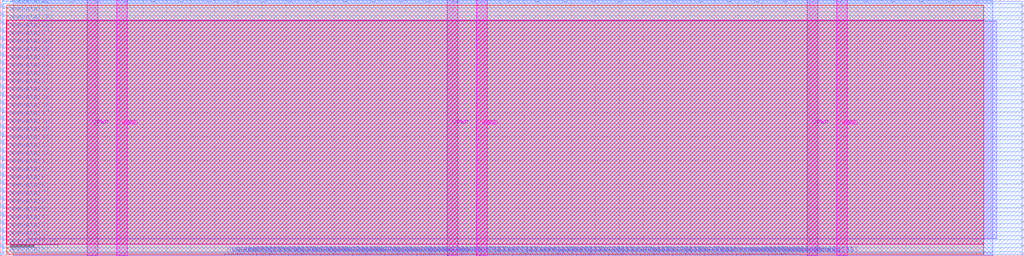
<source format=lef>
VERSION 5.7 ;
  NOWIREEXTENSIONATPIN ON ;
  DIVIDERCHAR "/" ;
  BUSBITCHARS "[]" ;
MACRO N_IO
  CLASS BLOCK ;
  FOREIGN N_IO ;
  ORIGIN 0.000 0.000 ;
  SIZE 215.040 BY 53.760 ;
  PIN A_I_top
    DIRECTION OUTPUT ;
    USE SIGNAL ;
    ANTENNADIFFAREA 0.677200 ;
    PORT
      LAYER Metal2 ;
        RECT 14.680 53.360 15.080 53.760 ;
    END
  END A_I_top
  PIN A_O_top
    DIRECTION INPUT ;
    USE SIGNAL ;
    ANTENNAGATEAREA 1.614600 ;
    PORT
      LAYER Metal2 ;
        RECT 8.920 53.360 9.320 53.760 ;
    END
  END A_O_top
  PIN A_T_top
    DIRECTION OUTPUT ;
    USE SIGNAL ;
    ANTENNADIFFAREA 0.677200 ;
    PORT
      LAYER Metal2 ;
        RECT 20.440 53.360 20.840 53.760 ;
    END
  END A_T_top
  PIN A_config_C_bit0
    DIRECTION OUTPUT ;
    USE SIGNAL ;
    ANTENNADIFFAREA 0.632400 ;
    PORT
      LAYER Metal2 ;
        RECT 43.480 53.360 43.880 53.760 ;
    END
  END A_config_C_bit0
  PIN A_config_C_bit1
    DIRECTION OUTPUT ;
    USE SIGNAL ;
    ANTENNADIFFAREA 0.632400 ;
    PORT
      LAYER Metal2 ;
        RECT 49.240 53.360 49.640 53.760 ;
    END
  END A_config_C_bit1
  PIN A_config_C_bit2
    DIRECTION OUTPUT ;
    USE SIGNAL ;
    ANTENNADIFFAREA 0.632400 ;
    PORT
      LAYER Metal2 ;
        RECT 55.000 53.360 55.400 53.760 ;
    END
  END A_config_C_bit2
  PIN A_config_C_bit3
    DIRECTION OUTPUT ;
    USE SIGNAL ;
    ANTENNADIFFAREA 0.632400 ;
    PORT
      LAYER Metal2 ;
        RECT 60.760 53.360 61.160 53.760 ;
    END
  END A_config_C_bit3
  PIN B_I_top
    DIRECTION OUTPUT ;
    USE SIGNAL ;
    ANTENNADIFFAREA 0.677200 ;
    PORT
      LAYER Metal2 ;
        RECT 31.960 53.360 32.360 53.760 ;
    END
  END B_I_top
  PIN B_O_top
    DIRECTION INPUT ;
    USE SIGNAL ;
    ANTENNAGATEAREA 1.614600 ;
    PORT
      LAYER Metal2 ;
        RECT 26.200 53.360 26.600 53.760 ;
    END
  END B_O_top
  PIN B_T_top
    DIRECTION OUTPUT ;
    USE SIGNAL ;
    ANTENNADIFFAREA 0.677200 ;
    PORT
      LAYER Metal2 ;
        RECT 37.720 53.360 38.120 53.760 ;
    END
  END B_T_top
  PIN B_config_C_bit0
    DIRECTION OUTPUT ;
    USE SIGNAL ;
    ANTENNADIFFAREA 0.632400 ;
    PORT
      LAYER Metal2 ;
        RECT 66.520 53.360 66.920 53.760 ;
    END
  END B_config_C_bit0
  PIN B_config_C_bit1
    DIRECTION OUTPUT ;
    USE SIGNAL ;
    ANTENNADIFFAREA 0.632400 ;
    PORT
      LAYER Metal2 ;
        RECT 72.280 53.360 72.680 53.760 ;
    END
  END B_config_C_bit1
  PIN B_config_C_bit2
    DIRECTION OUTPUT ;
    USE SIGNAL ;
    ANTENNADIFFAREA 0.632400 ;
    PORT
      LAYER Metal2 ;
        RECT 78.040 53.360 78.440 53.760 ;
    END
  END B_config_C_bit2
  PIN B_config_C_bit3
    DIRECTION OUTPUT ;
    USE SIGNAL ;
    ANTENNADIFFAREA 0.632400 ;
    PORT
      LAYER Metal2 ;
        RECT 83.800 53.360 84.200 53.760 ;
    END
  END B_config_C_bit3
  PIN Ci
    DIRECTION INPUT ;
    USE SIGNAL ;
    PORT
      LAYER Metal2 ;
        RECT 97.240 0.000 97.640 0.400 ;
    END
  END Ci
  PIN FrameData[0]
    DIRECTION INPUT ;
    USE SIGNAL ;
    ANTENNAGATEAREA 0.722800 ;
    PORT
      LAYER Metal3 ;
        RECT 0.000 0.220 0.400 0.620 ;
    END
  END FrameData[0]
  PIN FrameData[10]
    DIRECTION INPUT ;
    USE SIGNAL ;
    ANTENNAGATEAREA 0.903500 ;
    PORT
      LAYER Metal3 ;
        RECT 0.000 17.020 0.400 17.420 ;
    END
  END FrameData[10]
  PIN FrameData[11]
    DIRECTION INPUT ;
    USE SIGNAL ;
    ANTENNAGATEAREA 0.903500 ;
    PORT
      LAYER Metal3 ;
        RECT 0.000 18.700 0.400 19.100 ;
    END
  END FrameData[11]
  PIN FrameData[12]
    DIRECTION INPUT ;
    USE SIGNAL ;
    ANTENNAGATEAREA 0.903500 ;
    PORT
      LAYER Metal3 ;
        RECT 0.000 20.380 0.400 20.780 ;
    END
  END FrameData[12]
  PIN FrameData[13]
    DIRECTION INPUT ;
    USE SIGNAL ;
    ANTENNAGATEAREA 0.903500 ;
    PORT
      LAYER Metal3 ;
        RECT 0.000 22.060 0.400 22.460 ;
    END
  END FrameData[13]
  PIN FrameData[14]
    DIRECTION INPUT ;
    USE SIGNAL ;
    ANTENNAGATEAREA 0.903500 ;
    PORT
      LAYER Metal3 ;
        RECT 0.000 23.740 0.400 24.140 ;
    END
  END FrameData[14]
  PIN FrameData[15]
    DIRECTION INPUT ;
    USE SIGNAL ;
    ANTENNAGATEAREA 0.903500 ;
    PORT
      LAYER Metal3 ;
        RECT 0.000 25.420 0.400 25.820 ;
    END
  END FrameData[15]
  PIN FrameData[16]
    DIRECTION INPUT ;
    USE SIGNAL ;
    ANTENNAGATEAREA 0.903500 ;
    PORT
      LAYER Metal3 ;
        RECT 0.000 27.100 0.400 27.500 ;
    END
  END FrameData[16]
  PIN FrameData[17]
    DIRECTION INPUT ;
    USE SIGNAL ;
    ANTENNAGATEAREA 0.903500 ;
    PORT
      LAYER Metal3 ;
        RECT 0.000 28.780 0.400 29.180 ;
    END
  END FrameData[17]
  PIN FrameData[18]
    DIRECTION INPUT ;
    USE SIGNAL ;
    ANTENNAGATEAREA 0.903500 ;
    PORT
      LAYER Metal3 ;
        RECT 0.000 30.460 0.400 30.860 ;
    END
  END FrameData[18]
  PIN FrameData[19]
    DIRECTION INPUT ;
    USE SIGNAL ;
    ANTENNAGATEAREA 0.903500 ;
    PORT
      LAYER Metal3 ;
        RECT 0.000 32.140 0.400 32.540 ;
    END
  END FrameData[19]
  PIN FrameData[1]
    DIRECTION INPUT ;
    USE SIGNAL ;
    ANTENNAGATEAREA 0.722800 ;
    PORT
      LAYER Metal3 ;
        RECT 0.000 1.900 0.400 2.300 ;
    END
  END FrameData[1]
  PIN FrameData[20]
    DIRECTION INPUT ;
    USE SIGNAL ;
    ANTENNAGATEAREA 0.903500 ;
    PORT
      LAYER Metal3 ;
        RECT 0.000 33.820 0.400 34.220 ;
    END
  END FrameData[20]
  PIN FrameData[21]
    DIRECTION INPUT ;
    USE SIGNAL ;
    ANTENNAGATEAREA 0.903500 ;
    PORT
      LAYER Metal3 ;
        RECT 0.000 35.500 0.400 35.900 ;
    END
  END FrameData[21]
  PIN FrameData[22]
    DIRECTION INPUT ;
    USE SIGNAL ;
    ANTENNAGATEAREA 0.903500 ;
    PORT
      LAYER Metal3 ;
        RECT 0.000 37.180 0.400 37.580 ;
    END
  END FrameData[22]
  PIN FrameData[23]
    DIRECTION INPUT ;
    USE SIGNAL ;
    ANTENNAGATEAREA 0.903500 ;
    PORT
      LAYER Metal3 ;
        RECT 0.000 38.860 0.400 39.260 ;
    END
  END FrameData[23]
  PIN FrameData[24]
    DIRECTION INPUT ;
    USE SIGNAL ;
    ANTENNAGATEAREA 0.903500 ;
    PORT
      LAYER Metal3 ;
        RECT 0.000 40.540 0.400 40.940 ;
    END
  END FrameData[24]
  PIN FrameData[25]
    DIRECTION INPUT ;
    USE SIGNAL ;
    ANTENNAGATEAREA 0.903500 ;
    PORT
      LAYER Metal3 ;
        RECT 0.000 42.220 0.400 42.620 ;
    END
  END FrameData[25]
  PIN FrameData[26]
    DIRECTION INPUT ;
    USE SIGNAL ;
    ANTENNAGATEAREA 0.903500 ;
    PORT
      LAYER Metal3 ;
        RECT 0.000 43.900 0.400 44.300 ;
    END
  END FrameData[26]
  PIN FrameData[27]
    DIRECTION INPUT ;
    USE SIGNAL ;
    ANTENNAGATEAREA 0.903500 ;
    PORT
      LAYER Metal3 ;
        RECT 0.000 45.580 0.400 45.980 ;
    END
  END FrameData[27]
  PIN FrameData[28]
    DIRECTION INPUT ;
    USE SIGNAL ;
    ANTENNAGATEAREA 0.903500 ;
    PORT
      LAYER Metal3 ;
        RECT 0.000 47.260 0.400 47.660 ;
    END
  END FrameData[28]
  PIN FrameData[29]
    DIRECTION INPUT ;
    USE SIGNAL ;
    ANTENNAGATEAREA 0.903500 ;
    PORT
      LAYER Metal3 ;
        RECT 0.000 48.940 0.400 49.340 ;
    END
  END FrameData[29]
  PIN FrameData[2]
    DIRECTION INPUT ;
    USE SIGNAL ;
    ANTENNAGATEAREA 0.722800 ;
    PORT
      LAYER Metal3 ;
        RECT 0.000 3.580 0.400 3.980 ;
    END
  END FrameData[2]
  PIN FrameData[30]
    DIRECTION INPUT ;
    USE SIGNAL ;
    ANTENNAGATEAREA 0.903500 ;
    PORT
      LAYER Metal3 ;
        RECT 0.000 50.620 0.400 51.020 ;
    END
  END FrameData[30]
  PIN FrameData[31]
    DIRECTION INPUT ;
    USE SIGNAL ;
    ANTENNAGATEAREA 0.903500 ;
    PORT
      LAYER Metal3 ;
        RECT 0.000 52.300 0.400 52.700 ;
    END
  END FrameData[31]
  PIN FrameData[3]
    DIRECTION INPUT ;
    USE SIGNAL ;
    ANTENNAGATEAREA 0.722800 ;
    PORT
      LAYER Metal3 ;
        RECT 0.000 5.260 0.400 5.660 ;
    END
  END FrameData[3]
  PIN FrameData[4]
    DIRECTION INPUT ;
    USE SIGNAL ;
    ANTENNAGATEAREA 0.722800 ;
    PORT
      LAYER Metal3 ;
        RECT 0.000 6.940 0.400 7.340 ;
    END
  END FrameData[4]
  PIN FrameData[5]
    DIRECTION INPUT ;
    USE SIGNAL ;
    ANTENNAGATEAREA 0.722800 ;
    PORT
      LAYER Metal3 ;
        RECT 0.000 8.620 0.400 9.020 ;
    END
  END FrameData[5]
  PIN FrameData[6]
    DIRECTION INPUT ;
    USE SIGNAL ;
    ANTENNAGATEAREA 0.903500 ;
    PORT
      LAYER Metal3 ;
        RECT 0.000 10.300 0.400 10.700 ;
    END
  END FrameData[6]
  PIN FrameData[7]
    DIRECTION INPUT ;
    USE SIGNAL ;
    ANTENNAGATEAREA 0.903500 ;
    PORT
      LAYER Metal3 ;
        RECT 0.000 11.980 0.400 12.380 ;
    END
  END FrameData[7]
  PIN FrameData[8]
    DIRECTION INPUT ;
    USE SIGNAL ;
    ANTENNAGATEAREA 0.903500 ;
    PORT
      LAYER Metal3 ;
        RECT 0.000 13.660 0.400 14.060 ;
    END
  END FrameData[8]
  PIN FrameData[9]
    DIRECTION INPUT ;
    USE SIGNAL ;
    ANTENNAGATEAREA 0.903500 ;
    PORT
      LAYER Metal3 ;
        RECT 0.000 15.340 0.400 15.740 ;
    END
  END FrameData[9]
  PIN FrameData_O[0]
    DIRECTION OUTPUT ;
    USE SIGNAL ;
    ANTENNADIFFAREA 0.708600 ;
    PORT
      LAYER Metal3 ;
        RECT 214.640 0.220 215.040 0.620 ;
    END
  END FrameData_O[0]
  PIN FrameData_O[10]
    DIRECTION OUTPUT ;
    USE SIGNAL ;
    ANTENNADIFFAREA 0.708600 ;
    PORT
      LAYER Metal3 ;
        RECT 214.640 17.020 215.040 17.420 ;
    END
  END FrameData_O[10]
  PIN FrameData_O[11]
    DIRECTION OUTPUT ;
    USE SIGNAL ;
    ANTENNADIFFAREA 0.708600 ;
    PORT
      LAYER Metal3 ;
        RECT 214.640 18.700 215.040 19.100 ;
    END
  END FrameData_O[11]
  PIN FrameData_O[12]
    DIRECTION OUTPUT ;
    USE SIGNAL ;
    ANTENNADIFFAREA 0.708600 ;
    PORT
      LAYER Metal3 ;
        RECT 214.640 20.380 215.040 20.780 ;
    END
  END FrameData_O[12]
  PIN FrameData_O[13]
    DIRECTION OUTPUT ;
    USE SIGNAL ;
    ANTENNADIFFAREA 0.708600 ;
    PORT
      LAYER Metal3 ;
        RECT 214.640 22.060 215.040 22.460 ;
    END
  END FrameData_O[13]
  PIN FrameData_O[14]
    DIRECTION OUTPUT ;
    USE SIGNAL ;
    ANTENNADIFFAREA 0.708600 ;
    PORT
      LAYER Metal3 ;
        RECT 214.640 23.740 215.040 24.140 ;
    END
  END FrameData_O[14]
  PIN FrameData_O[15]
    DIRECTION OUTPUT ;
    USE SIGNAL ;
    ANTENNADIFFAREA 0.708600 ;
    PORT
      LAYER Metal3 ;
        RECT 214.640 25.420 215.040 25.820 ;
    END
  END FrameData_O[15]
  PIN FrameData_O[16]
    DIRECTION OUTPUT ;
    USE SIGNAL ;
    ANTENNADIFFAREA 0.708600 ;
    PORT
      LAYER Metal3 ;
        RECT 214.640 27.100 215.040 27.500 ;
    END
  END FrameData_O[16]
  PIN FrameData_O[17]
    DIRECTION OUTPUT ;
    USE SIGNAL ;
    ANTENNADIFFAREA 0.708600 ;
    PORT
      LAYER Metal3 ;
        RECT 214.640 28.780 215.040 29.180 ;
    END
  END FrameData_O[17]
  PIN FrameData_O[18]
    DIRECTION OUTPUT ;
    USE SIGNAL ;
    ANTENNADIFFAREA 0.708600 ;
    PORT
      LAYER Metal3 ;
        RECT 214.640 30.460 215.040 30.860 ;
    END
  END FrameData_O[18]
  PIN FrameData_O[19]
    DIRECTION OUTPUT ;
    USE SIGNAL ;
    ANTENNADIFFAREA 0.708600 ;
    PORT
      LAYER Metal3 ;
        RECT 214.640 32.140 215.040 32.540 ;
    END
  END FrameData_O[19]
  PIN FrameData_O[1]
    DIRECTION OUTPUT ;
    USE SIGNAL ;
    ANTENNADIFFAREA 0.708600 ;
    PORT
      LAYER Metal3 ;
        RECT 214.640 1.900 215.040 2.300 ;
    END
  END FrameData_O[1]
  PIN FrameData_O[20]
    DIRECTION OUTPUT ;
    USE SIGNAL ;
    ANTENNADIFFAREA 0.708600 ;
    PORT
      LAYER Metal3 ;
        RECT 214.640 33.820 215.040 34.220 ;
    END
  END FrameData_O[20]
  PIN FrameData_O[21]
    DIRECTION OUTPUT ;
    USE SIGNAL ;
    ANTENNADIFFAREA 0.708600 ;
    PORT
      LAYER Metal3 ;
        RECT 214.640 35.500 215.040 35.900 ;
    END
  END FrameData_O[21]
  PIN FrameData_O[22]
    DIRECTION OUTPUT ;
    USE SIGNAL ;
    ANTENNADIFFAREA 0.708600 ;
    PORT
      LAYER Metal3 ;
        RECT 214.640 37.180 215.040 37.580 ;
    END
  END FrameData_O[22]
  PIN FrameData_O[23]
    DIRECTION OUTPUT ;
    USE SIGNAL ;
    ANTENNADIFFAREA 0.708600 ;
    PORT
      LAYER Metal3 ;
        RECT 214.640 38.860 215.040 39.260 ;
    END
  END FrameData_O[23]
  PIN FrameData_O[24]
    DIRECTION OUTPUT ;
    USE SIGNAL ;
    ANTENNADIFFAREA 0.708600 ;
    PORT
      LAYER Metal3 ;
        RECT 214.640 40.540 215.040 40.940 ;
    END
  END FrameData_O[24]
  PIN FrameData_O[25]
    DIRECTION OUTPUT ;
    USE SIGNAL ;
    ANTENNADIFFAREA 0.708600 ;
    PORT
      LAYER Metal3 ;
        RECT 214.640 42.220 215.040 42.620 ;
    END
  END FrameData_O[25]
  PIN FrameData_O[26]
    DIRECTION OUTPUT ;
    USE SIGNAL ;
    ANTENNADIFFAREA 0.708600 ;
    PORT
      LAYER Metal3 ;
        RECT 214.640 43.900 215.040 44.300 ;
    END
  END FrameData_O[26]
  PIN FrameData_O[27]
    DIRECTION OUTPUT ;
    USE SIGNAL ;
    ANTENNADIFFAREA 0.708600 ;
    PORT
      LAYER Metal3 ;
        RECT 214.640 45.580 215.040 45.980 ;
    END
  END FrameData_O[27]
  PIN FrameData_O[28]
    DIRECTION OUTPUT ;
    USE SIGNAL ;
    ANTENNADIFFAREA 0.708600 ;
    PORT
      LAYER Metal3 ;
        RECT 214.640 47.260 215.040 47.660 ;
    END
  END FrameData_O[28]
  PIN FrameData_O[29]
    DIRECTION OUTPUT ;
    USE SIGNAL ;
    ANTENNADIFFAREA 0.708600 ;
    PORT
      LAYER Metal3 ;
        RECT 214.640 48.940 215.040 49.340 ;
    END
  END FrameData_O[29]
  PIN FrameData_O[2]
    DIRECTION OUTPUT ;
    USE SIGNAL ;
    ANTENNADIFFAREA 0.708600 ;
    PORT
      LAYER Metal3 ;
        RECT 214.640 3.580 215.040 3.980 ;
    END
  END FrameData_O[2]
  PIN FrameData_O[30]
    DIRECTION OUTPUT ;
    USE SIGNAL ;
    ANTENNADIFFAREA 0.708600 ;
    PORT
      LAYER Metal3 ;
        RECT 214.640 50.620 215.040 51.020 ;
    END
  END FrameData_O[30]
  PIN FrameData_O[31]
    DIRECTION OUTPUT ;
    USE SIGNAL ;
    ANTENNADIFFAREA 0.708600 ;
    PORT
      LAYER Metal3 ;
        RECT 214.640 52.300 215.040 52.700 ;
    END
  END FrameData_O[31]
  PIN FrameData_O[3]
    DIRECTION OUTPUT ;
    USE SIGNAL ;
    ANTENNADIFFAREA 0.708600 ;
    PORT
      LAYER Metal3 ;
        RECT 214.640 5.260 215.040 5.660 ;
    END
  END FrameData_O[3]
  PIN FrameData_O[4]
    DIRECTION OUTPUT ;
    USE SIGNAL ;
    ANTENNADIFFAREA 0.708600 ;
    PORT
      LAYER Metal3 ;
        RECT 214.640 6.940 215.040 7.340 ;
    END
  END FrameData_O[4]
  PIN FrameData_O[5]
    DIRECTION OUTPUT ;
    USE SIGNAL ;
    ANTENNADIFFAREA 0.708600 ;
    PORT
      LAYER Metal3 ;
        RECT 214.640 8.620 215.040 9.020 ;
    END
  END FrameData_O[5]
  PIN FrameData_O[6]
    DIRECTION OUTPUT ;
    USE SIGNAL ;
    ANTENNADIFFAREA 0.708600 ;
    PORT
      LAYER Metal3 ;
        RECT 214.640 10.300 215.040 10.700 ;
    END
  END FrameData_O[6]
  PIN FrameData_O[7]
    DIRECTION OUTPUT ;
    USE SIGNAL ;
    ANTENNADIFFAREA 0.708600 ;
    PORT
      LAYER Metal3 ;
        RECT 214.640 11.980 215.040 12.380 ;
    END
  END FrameData_O[7]
  PIN FrameData_O[8]
    DIRECTION OUTPUT ;
    USE SIGNAL ;
    ANTENNADIFFAREA 0.708600 ;
    PORT
      LAYER Metal3 ;
        RECT 214.640 13.660 215.040 14.060 ;
    END
  END FrameData_O[8]
  PIN FrameData_O[9]
    DIRECTION OUTPUT ;
    USE SIGNAL ;
    ANTENNADIFFAREA 0.708600 ;
    PORT
      LAYER Metal3 ;
        RECT 214.640 15.340 215.040 15.740 ;
    END
  END FrameData_O[9]
  PIN FrameStrobe[0]
    DIRECTION INPUT ;
    USE SIGNAL ;
    ANTENNAGATEAREA 6.753500 ;
    PORT
      LAYER Metal2 ;
        RECT 149.080 0.000 149.480 0.400 ;
    END
  END FrameStrobe[0]
  PIN FrameStrobe[10]
    DIRECTION INPUT ;
    USE SIGNAL ;
    ANTENNAGATEAREA 0.180700 ;
    PORT
      LAYER Metal2 ;
        RECT 158.680 0.000 159.080 0.400 ;
    END
  END FrameStrobe[10]
  PIN FrameStrobe[11]
    DIRECTION INPUT ;
    USE SIGNAL ;
    ANTENNAGATEAREA 0.180700 ;
    PORT
      LAYER Metal2 ;
        RECT 159.640 0.000 160.040 0.400 ;
    END
  END FrameStrobe[11]
  PIN FrameStrobe[12]
    DIRECTION INPUT ;
    USE SIGNAL ;
    ANTENNAGATEAREA 0.180700 ;
    PORT
      LAYER Metal2 ;
        RECT 160.600 0.000 161.000 0.400 ;
    END
  END FrameStrobe[12]
  PIN FrameStrobe[13]
    DIRECTION INPUT ;
    USE SIGNAL ;
    ANTENNAGATEAREA 0.180700 ;
    PORT
      LAYER Metal2 ;
        RECT 161.560 0.000 161.960 0.400 ;
    END
  END FrameStrobe[13]
  PIN FrameStrobe[14]
    DIRECTION INPUT ;
    USE SIGNAL ;
    ANTENNAGATEAREA 0.180700 ;
    PORT
      LAYER Metal2 ;
        RECT 162.520 0.000 162.920 0.400 ;
    END
  END FrameStrobe[14]
  PIN FrameStrobe[15]
    DIRECTION INPUT ;
    USE SIGNAL ;
    ANTENNAGATEAREA 0.180700 ;
    PORT
      LAYER Metal2 ;
        RECT 163.480 0.000 163.880 0.400 ;
    END
  END FrameStrobe[15]
  PIN FrameStrobe[16]
    DIRECTION INPUT ;
    USE SIGNAL ;
    ANTENNAGATEAREA 0.180700 ;
    PORT
      LAYER Metal2 ;
        RECT 164.440 0.000 164.840 0.400 ;
    END
  END FrameStrobe[16]
  PIN FrameStrobe[17]
    DIRECTION INPUT ;
    USE SIGNAL ;
    ANTENNAGATEAREA 0.180700 ;
    PORT
      LAYER Metal2 ;
        RECT 165.400 0.000 165.800 0.400 ;
    END
  END FrameStrobe[17]
  PIN FrameStrobe[18]
    DIRECTION INPUT ;
    USE SIGNAL ;
    ANTENNAGATEAREA 0.180700 ;
    PORT
      LAYER Metal2 ;
        RECT 166.360 0.000 166.760 0.400 ;
    END
  END FrameStrobe[18]
  PIN FrameStrobe[19]
    DIRECTION INPUT ;
    USE SIGNAL ;
    ANTENNAGATEAREA 0.180700 ;
    PORT
      LAYER Metal2 ;
        RECT 167.320 0.000 167.720 0.400 ;
    END
  END FrameStrobe[19]
  PIN FrameStrobe[1]
    DIRECTION INPUT ;
    USE SIGNAL ;
    ANTENNAGATEAREA 6.753500 ;
    PORT
      LAYER Metal2 ;
        RECT 150.040 0.000 150.440 0.400 ;
    END
  END FrameStrobe[1]
  PIN FrameStrobe[2]
    DIRECTION INPUT ;
    USE SIGNAL ;
    ANTENNAGATEAREA 6.753500 ;
    PORT
      LAYER Metal2 ;
        RECT 151.000 0.000 151.400 0.400 ;
    END
  END FrameStrobe[2]
  PIN FrameStrobe[3]
    DIRECTION INPUT ;
    USE SIGNAL ;
    ANTENNAGATEAREA 5.521100 ;
    PORT
      LAYER Metal2 ;
        RECT 151.960 0.000 152.360 0.400 ;
    END
  END FrameStrobe[3]
  PIN FrameStrobe[4]
    DIRECTION INPUT ;
    USE SIGNAL ;
    ANTENNAGATEAREA 0.180700 ;
    PORT
      LAYER Metal2 ;
        RECT 152.920 0.000 153.320 0.400 ;
    END
  END FrameStrobe[4]
  PIN FrameStrobe[5]
    DIRECTION INPUT ;
    USE SIGNAL ;
    ANTENNAGATEAREA 0.180700 ;
    PORT
      LAYER Metal2 ;
        RECT 153.880 0.000 154.280 0.400 ;
    END
  END FrameStrobe[5]
  PIN FrameStrobe[6]
    DIRECTION INPUT ;
    USE SIGNAL ;
    ANTENNAGATEAREA 0.180700 ;
    PORT
      LAYER Metal2 ;
        RECT 154.840 0.000 155.240 0.400 ;
    END
  END FrameStrobe[6]
  PIN FrameStrobe[7]
    DIRECTION INPUT ;
    USE SIGNAL ;
    ANTENNAGATEAREA 0.180700 ;
    PORT
      LAYER Metal2 ;
        RECT 155.800 0.000 156.200 0.400 ;
    END
  END FrameStrobe[7]
  PIN FrameStrobe[8]
    DIRECTION INPUT ;
    USE SIGNAL ;
    ANTENNAGATEAREA 0.180700 ;
    PORT
      LAYER Metal2 ;
        RECT 156.760 0.000 157.160 0.400 ;
    END
  END FrameStrobe[8]
  PIN FrameStrobe[9]
    DIRECTION INPUT ;
    USE SIGNAL ;
    ANTENNAGATEAREA 0.180700 ;
    PORT
      LAYER Metal2 ;
        RECT 157.720 0.000 158.120 0.400 ;
    END
  END FrameStrobe[9]
  PIN FrameStrobe_O[0]
    DIRECTION OUTPUT ;
    USE SIGNAL ;
    ANTENNADIFFAREA 0.708600 ;
    PORT
      LAYER Metal2 ;
        RECT 95.320 53.360 95.720 53.760 ;
    END
  END FrameStrobe_O[0]
  PIN FrameStrobe_O[10]
    DIRECTION OUTPUT ;
    USE SIGNAL ;
    ANTENNADIFFAREA 0.708600 ;
    PORT
      LAYER Metal2 ;
        RECT 152.920 53.360 153.320 53.760 ;
    END
  END FrameStrobe_O[10]
  PIN FrameStrobe_O[11]
    DIRECTION OUTPUT ;
    USE SIGNAL ;
    ANTENNADIFFAREA 0.708600 ;
    PORT
      LAYER Metal2 ;
        RECT 158.680 53.360 159.080 53.760 ;
    END
  END FrameStrobe_O[11]
  PIN FrameStrobe_O[12]
    DIRECTION OUTPUT ;
    USE SIGNAL ;
    ANTENNADIFFAREA 0.708600 ;
    PORT
      LAYER Metal2 ;
        RECT 164.440 53.360 164.840 53.760 ;
    END
  END FrameStrobe_O[12]
  PIN FrameStrobe_O[13]
    DIRECTION OUTPUT ;
    USE SIGNAL ;
    ANTENNADIFFAREA 0.708600 ;
    PORT
      LAYER Metal2 ;
        RECT 170.200 53.360 170.600 53.760 ;
    END
  END FrameStrobe_O[13]
  PIN FrameStrobe_O[14]
    DIRECTION OUTPUT ;
    USE SIGNAL ;
    ANTENNADIFFAREA 0.708600 ;
    PORT
      LAYER Metal2 ;
        RECT 175.960 53.360 176.360 53.760 ;
    END
  END FrameStrobe_O[14]
  PIN FrameStrobe_O[15]
    DIRECTION OUTPUT ;
    USE SIGNAL ;
    ANTENNADIFFAREA 0.708600 ;
    PORT
      LAYER Metal2 ;
        RECT 181.720 53.360 182.120 53.760 ;
    END
  END FrameStrobe_O[15]
  PIN FrameStrobe_O[16]
    DIRECTION OUTPUT ;
    USE SIGNAL ;
    ANTENNADIFFAREA 0.708600 ;
    PORT
      LAYER Metal2 ;
        RECT 187.480 53.360 187.880 53.760 ;
    END
  END FrameStrobe_O[16]
  PIN FrameStrobe_O[17]
    DIRECTION OUTPUT ;
    USE SIGNAL ;
    ANTENNADIFFAREA 0.708600 ;
    PORT
      LAYER Metal2 ;
        RECT 193.240 53.360 193.640 53.760 ;
    END
  END FrameStrobe_O[17]
  PIN FrameStrobe_O[18]
    DIRECTION OUTPUT ;
    USE SIGNAL ;
    ANTENNADIFFAREA 0.708600 ;
    PORT
      LAYER Metal2 ;
        RECT 199.000 53.360 199.400 53.760 ;
    END
  END FrameStrobe_O[18]
  PIN FrameStrobe_O[19]
    DIRECTION OUTPUT ;
    USE SIGNAL ;
    ANTENNADIFFAREA 0.708600 ;
    PORT
      LAYER Metal2 ;
        RECT 204.760 53.360 205.160 53.760 ;
    END
  END FrameStrobe_O[19]
  PIN FrameStrobe_O[1]
    DIRECTION OUTPUT ;
    USE SIGNAL ;
    ANTENNADIFFAREA 0.708600 ;
    PORT
      LAYER Metal2 ;
        RECT 101.080 53.360 101.480 53.760 ;
    END
  END FrameStrobe_O[1]
  PIN FrameStrobe_O[2]
    DIRECTION OUTPUT ;
    USE SIGNAL ;
    ANTENNADIFFAREA 0.708600 ;
    PORT
      LAYER Metal2 ;
        RECT 106.840 53.360 107.240 53.760 ;
    END
  END FrameStrobe_O[2]
  PIN FrameStrobe_O[3]
    DIRECTION OUTPUT ;
    USE SIGNAL ;
    ANTENNADIFFAREA 0.708600 ;
    PORT
      LAYER Metal2 ;
        RECT 112.600 53.360 113.000 53.760 ;
    END
  END FrameStrobe_O[3]
  PIN FrameStrobe_O[4]
    DIRECTION OUTPUT ;
    USE SIGNAL ;
    ANTENNADIFFAREA 0.708600 ;
    PORT
      LAYER Metal2 ;
        RECT 118.360 53.360 118.760 53.760 ;
    END
  END FrameStrobe_O[4]
  PIN FrameStrobe_O[5]
    DIRECTION OUTPUT ;
    USE SIGNAL ;
    ANTENNADIFFAREA 0.708600 ;
    PORT
      LAYER Metal2 ;
        RECT 124.120 53.360 124.520 53.760 ;
    END
  END FrameStrobe_O[5]
  PIN FrameStrobe_O[6]
    DIRECTION OUTPUT ;
    USE SIGNAL ;
    ANTENNADIFFAREA 0.708600 ;
    PORT
      LAYER Metal2 ;
        RECT 129.880 53.360 130.280 53.760 ;
    END
  END FrameStrobe_O[6]
  PIN FrameStrobe_O[7]
    DIRECTION OUTPUT ;
    USE SIGNAL ;
    ANTENNADIFFAREA 0.708600 ;
    PORT
      LAYER Metal2 ;
        RECT 135.640 53.360 136.040 53.760 ;
    END
  END FrameStrobe_O[7]
  PIN FrameStrobe_O[8]
    DIRECTION OUTPUT ;
    USE SIGNAL ;
    ANTENNADIFFAREA 0.708600 ;
    PORT
      LAYER Metal2 ;
        RECT 141.400 53.360 141.800 53.760 ;
    END
  END FrameStrobe_O[8]
  PIN FrameStrobe_O[9]
    DIRECTION OUTPUT ;
    USE SIGNAL ;
    ANTENNADIFFAREA 0.708600 ;
    PORT
      LAYER Metal2 ;
        RECT 147.160 53.360 147.560 53.760 ;
    END
  END FrameStrobe_O[9]
  PIN N1END[0]
    DIRECTION INPUT ;
    USE SIGNAL ;
    ANTENNAGATEAREA 0.652600 ;
    PORT
      LAYER Metal2 ;
        RECT 47.320 0.000 47.720 0.400 ;
    END
  END N1END[0]
  PIN N1END[1]
    DIRECTION INPUT ;
    USE SIGNAL ;
    ANTENNAGATEAREA 0.652600 ;
    PORT
      LAYER Metal2 ;
        RECT 48.280 0.000 48.680 0.400 ;
    END
  END N1END[1]
  PIN N1END[2]
    DIRECTION INPUT ;
    USE SIGNAL ;
    ANTENNAGATEAREA 0.652600 ;
    PORT
      LAYER Metal2 ;
        RECT 49.240 0.000 49.640 0.400 ;
    END
  END N1END[2]
  PIN N1END[3]
    DIRECTION INPUT ;
    USE SIGNAL ;
    ANTENNAGATEAREA 0.652600 ;
    PORT
      LAYER Metal2 ;
        RECT 50.200 0.000 50.600 0.400 ;
    END
  END N1END[3]
  PIN N2END[0]
    DIRECTION INPUT ;
    USE SIGNAL ;
    ANTENNAGATEAREA 1.242800 ;
    PORT
      LAYER Metal2 ;
        RECT 58.840 0.000 59.240 0.400 ;
    END
  END N2END[0]
  PIN N2END[1]
    DIRECTION INPUT ;
    USE SIGNAL ;
    ANTENNAGATEAREA 0.910000 ;
    PORT
      LAYER Metal2 ;
        RECT 59.800 0.000 60.200 0.400 ;
    END
  END N2END[1]
  PIN N2END[2]
    DIRECTION INPUT ;
    USE SIGNAL ;
    ANTENNAGATEAREA 1.157800 ;
    PORT
      LAYER Metal2 ;
        RECT 60.760 0.000 61.160 0.400 ;
    END
  END N2END[2]
  PIN N2END[3]
    DIRECTION INPUT ;
    USE SIGNAL ;
    ANTENNAGATEAREA 1.059500 ;
    PORT
      LAYER Metal2 ;
        RECT 61.720 0.000 62.120 0.400 ;
    END
  END N2END[3]
  PIN N2END[4]
    DIRECTION INPUT ;
    USE SIGNAL ;
    ANTENNAGATEAREA 1.365000 ;
    PORT
      LAYER Metal2 ;
        RECT 62.680 0.000 63.080 0.400 ;
    END
  END N2END[4]
  PIN N2END[5]
    DIRECTION INPUT ;
    USE SIGNAL ;
    ANTENNAGATEAREA 1.151800 ;
    PORT
      LAYER Metal2 ;
        RECT 63.640 0.000 64.040 0.400 ;
    END
  END N2END[5]
  PIN N2END[6]
    DIRECTION INPUT ;
    USE SIGNAL ;
    ANTENNAGATEAREA 1.263400 ;
    PORT
      LAYER Metal2 ;
        RECT 64.600 0.000 65.000 0.400 ;
    END
  END N2END[6]
  PIN N2END[7]
    DIRECTION INPUT ;
    USE SIGNAL ;
    ANTENNAGATEAREA 0.910000 ;
    PORT
      LAYER Metal2 ;
        RECT 65.560 0.000 65.960 0.400 ;
    END
  END N2END[7]
  PIN N2MID[0]
    DIRECTION INPUT ;
    USE SIGNAL ;
    ANTENNAGATEAREA 1.066000 ;
    PORT
      LAYER Metal2 ;
        RECT 51.160 0.000 51.560 0.400 ;
    END
  END N2MID[0]
  PIN N2MID[1]
    DIRECTION INPUT ;
    USE SIGNAL ;
    ANTENNAGATEAREA 1.066000 ;
    PORT
      LAYER Metal2 ;
        RECT 52.120 0.000 52.520 0.400 ;
    END
  END N2MID[1]
  PIN N2MID[2]
    DIRECTION INPUT ;
    USE SIGNAL ;
    ANTENNAGATEAREA 1.066000 ;
    PORT
      LAYER Metal2 ;
        RECT 53.080 0.000 53.480 0.400 ;
    END
  END N2MID[2]
  PIN N2MID[3]
    DIRECTION INPUT ;
    USE SIGNAL ;
    ANTENNAGATEAREA 1.066000 ;
    PORT
      LAYER Metal2 ;
        RECT 54.040 0.000 54.440 0.400 ;
    END
  END N2MID[3]
  PIN N2MID[4]
    DIRECTION INPUT ;
    USE SIGNAL ;
    ANTENNAGATEAREA 1.066000 ;
    PORT
      LAYER Metal2 ;
        RECT 55.000 0.000 55.400 0.400 ;
    END
  END N2MID[4]
  PIN N2MID[5]
    DIRECTION INPUT ;
    USE SIGNAL ;
    ANTENNAGATEAREA 1.066000 ;
    PORT
      LAYER Metal2 ;
        RECT 55.960 0.000 56.360 0.400 ;
    END
  END N2MID[5]
  PIN N2MID[6]
    DIRECTION INPUT ;
    USE SIGNAL ;
    ANTENNAGATEAREA 1.279200 ;
    PORT
      LAYER Metal2 ;
        RECT 56.920 0.000 57.320 0.400 ;
    END
  END N2MID[6]
  PIN N2MID[7]
    DIRECTION INPUT ;
    USE SIGNAL ;
    ANTENNAGATEAREA 1.558200 ;
    PORT
      LAYER Metal2 ;
        RECT 57.880 0.000 58.280 0.400 ;
    END
  END N2MID[7]
  PIN N4END[0]
    DIRECTION INPUT ;
    USE SIGNAL ;
    ANTENNAGATEAREA 1.066000 ;
    PORT
      LAYER Metal2 ;
        RECT 66.520 0.000 66.920 0.400 ;
    END
  END N4END[0]
  PIN N4END[10]
    DIRECTION INPUT ;
    USE SIGNAL ;
    ANTENNAGATEAREA 0.852800 ;
    PORT
      LAYER Metal2 ;
        RECT 76.120 0.000 76.520 0.400 ;
    END
  END N4END[10]
  PIN N4END[11]
    DIRECTION INPUT ;
    USE SIGNAL ;
    ANTENNAGATEAREA 0.639600 ;
    PORT
      LAYER Metal2 ;
        RECT 77.080 0.000 77.480 0.400 ;
    END
  END N4END[11]
  PIN N4END[12]
    DIRECTION INPUT ;
    USE SIGNAL ;
    ANTENNAGATEAREA 0.213200 ;
    PORT
      LAYER Metal2 ;
        RECT 78.040 0.000 78.440 0.400 ;
    END
  END N4END[12]
  PIN N4END[13]
    DIRECTION INPUT ;
    USE SIGNAL ;
    ANTENNAGATEAREA 0.213200 ;
    PORT
      LAYER Metal2 ;
        RECT 79.000 0.000 79.400 0.400 ;
    END
  END N4END[13]
  PIN N4END[14]
    DIRECTION INPUT ;
    USE SIGNAL ;
    ANTENNAGATEAREA 0.213200 ;
    PORT
      LAYER Metal2 ;
        RECT 79.960 0.000 80.360 0.400 ;
    END
  END N4END[14]
  PIN N4END[15]
    DIRECTION INPUT ;
    USE SIGNAL ;
    ANTENNAGATEAREA 0.213200 ;
    PORT
      LAYER Metal2 ;
        RECT 80.920 0.000 81.320 0.400 ;
    END
  END N4END[15]
  PIN N4END[1]
    DIRECTION INPUT ;
    USE SIGNAL ;
    ANTENNAGATEAREA 1.279200 ;
    PORT
      LAYER Metal2 ;
        RECT 67.480 0.000 67.880 0.400 ;
    END
  END N4END[1]
  PIN N4END[2]
    DIRECTION INPUT ;
    USE SIGNAL ;
    ANTENNAGATEAREA 1.066000 ;
    PORT
      LAYER Metal2 ;
        RECT 68.440 0.000 68.840 0.400 ;
    END
  END N4END[2]
  PIN N4END[3]
    DIRECTION INPUT ;
    USE SIGNAL ;
    ANTENNAGATEAREA 1.279200 ;
    PORT
      LAYER Metal2 ;
        RECT 69.400 0.000 69.800 0.400 ;
    END
  END N4END[3]
  PIN N4END[4]
    DIRECTION INPUT ;
    USE SIGNAL ;
    ANTENNAGATEAREA 1.279200 ;
    PORT
      LAYER Metal2 ;
        RECT 70.360 0.000 70.760 0.400 ;
    END
  END N4END[4]
  PIN N4END[5]
    DIRECTION INPUT ;
    USE SIGNAL ;
    ANTENNAGATEAREA 1.279200 ;
    PORT
      LAYER Metal2 ;
        RECT 71.320 0.000 71.720 0.400 ;
    END
  END N4END[5]
  PIN N4END[6]
    DIRECTION INPUT ;
    USE SIGNAL ;
    ANTENNAGATEAREA 1.279200 ;
    PORT
      LAYER Metal2 ;
        RECT 72.280 0.000 72.680 0.400 ;
    END
  END N4END[6]
  PIN N4END[7]
    DIRECTION INPUT ;
    USE SIGNAL ;
    ANTENNAGATEAREA 1.279200 ;
    PORT
      LAYER Metal2 ;
        RECT 73.240 0.000 73.640 0.400 ;
    END
  END N4END[7]
  PIN N4END[8]
    DIRECTION INPUT ;
    USE SIGNAL ;
    ANTENNAGATEAREA 0.852800 ;
    PORT
      LAYER Metal2 ;
        RECT 74.200 0.000 74.600 0.400 ;
    END
  END N4END[8]
  PIN N4END[9]
    DIRECTION INPUT ;
    USE SIGNAL ;
    ANTENNAGATEAREA 0.639600 ;
    PORT
      LAYER Metal2 ;
        RECT 75.160 0.000 75.560 0.400 ;
    END
  END N4END[9]
  PIN NN4END[0]
    DIRECTION INPUT ;
    USE SIGNAL ;
    ANTENNAGATEAREA 0.639600 ;
    PORT
      LAYER Metal2 ;
        RECT 81.880 0.000 82.280 0.400 ;
    END
  END NN4END[0]
  PIN NN4END[10]
    DIRECTION INPUT ;
    USE SIGNAL ;
    ANTENNAGATEAREA 0.639600 ;
    PORT
      LAYER Metal2 ;
        RECT 91.480 0.000 91.880 0.400 ;
    END
  END NN4END[10]
  PIN NN4END[11]
    DIRECTION INPUT ;
    USE SIGNAL ;
    ANTENNAGATEAREA 0.639600 ;
    PORT
      LAYER Metal2 ;
        RECT 92.440 0.000 92.840 0.400 ;
    END
  END NN4END[11]
  PIN NN4END[12]
    DIRECTION INPUT ;
    USE SIGNAL ;
    ANTENNAGATEAREA 1.066000 ;
    PORT
      LAYER Metal2 ;
        RECT 93.400 0.000 93.800 0.400 ;
    END
  END NN4END[12]
  PIN NN4END[13]
    DIRECTION INPUT ;
    USE SIGNAL ;
    ANTENNAGATEAREA 1.066000 ;
    PORT
      LAYER Metal2 ;
        RECT 94.360 0.000 94.760 0.400 ;
    END
  END NN4END[13]
  PIN NN4END[14]
    DIRECTION INPUT ;
    USE SIGNAL ;
    ANTENNAGATEAREA 1.066000 ;
    PORT
      LAYER Metal2 ;
        RECT 95.320 0.000 95.720 0.400 ;
    END
  END NN4END[14]
  PIN NN4END[15]
    DIRECTION INPUT ;
    USE SIGNAL ;
    ANTENNAGATEAREA 1.066000 ;
    PORT
      LAYER Metal2 ;
        RECT 96.280 0.000 96.680 0.400 ;
    END
  END NN4END[15]
  PIN NN4END[1]
    DIRECTION INPUT ;
    USE SIGNAL ;
    ANTENNAGATEAREA 0.639600 ;
    PORT
      LAYER Metal2 ;
        RECT 82.840 0.000 83.240 0.400 ;
    END
  END NN4END[1]
  PIN NN4END[2]
    DIRECTION INPUT ;
    USE SIGNAL ;
    ANTENNAGATEAREA 0.639600 ;
    PORT
      LAYER Metal2 ;
        RECT 83.800 0.000 84.200 0.400 ;
    END
  END NN4END[2]
  PIN NN4END[3]
    DIRECTION INPUT ;
    USE SIGNAL ;
    ANTENNAGATEAREA 0.639600 ;
    PORT
      LAYER Metal2 ;
        RECT 84.760 0.000 85.160 0.400 ;
    END
  END NN4END[3]
  PIN NN4END[4]
    DIRECTION INPUT ;
    USE SIGNAL ;
    ANTENNAGATEAREA 0.639600 ;
    PORT
      LAYER Metal2 ;
        RECT 85.720 0.000 86.120 0.400 ;
    END
  END NN4END[4]
  PIN NN4END[5]
    DIRECTION INPUT ;
    USE SIGNAL ;
    ANTENNAGATEAREA 0.639600 ;
    PORT
      LAYER Metal2 ;
        RECT 86.680 0.000 87.080 0.400 ;
    END
  END NN4END[5]
  PIN NN4END[6]
    DIRECTION INPUT ;
    USE SIGNAL ;
    ANTENNAGATEAREA 0.639600 ;
    PORT
      LAYER Metal2 ;
        RECT 87.640 0.000 88.040 0.400 ;
    END
  END NN4END[6]
  PIN NN4END[7]
    DIRECTION INPUT ;
    USE SIGNAL ;
    ANTENNAGATEAREA 0.639600 ;
    PORT
      LAYER Metal2 ;
        RECT 88.600 0.000 89.000 0.400 ;
    END
  END NN4END[7]
  PIN NN4END[8]
    DIRECTION INPUT ;
    USE SIGNAL ;
    ANTENNAGATEAREA 0.639600 ;
    PORT
      LAYER Metal2 ;
        RECT 89.560 0.000 89.960 0.400 ;
    END
  END NN4END[8]
  PIN NN4END[9]
    DIRECTION INPUT ;
    USE SIGNAL ;
    ANTENNAGATEAREA 0.639600 ;
    PORT
      LAYER Metal2 ;
        RECT 90.520 0.000 90.920 0.400 ;
    END
  END NN4END[9]
  PIN S1BEG[0]
    DIRECTION OUTPUT ;
    USE SIGNAL ;
    ANTENNADIFFAREA 0.708600 ;
    PORT
      LAYER Metal2 ;
        RECT 98.200 0.000 98.600 0.400 ;
    END
  END S1BEG[0]
  PIN S1BEG[1]
    DIRECTION OUTPUT ;
    USE SIGNAL ;
    ANTENNADIFFAREA 0.708600 ;
    PORT
      LAYER Metal2 ;
        RECT 99.160 0.000 99.560 0.400 ;
    END
  END S1BEG[1]
  PIN S1BEG[2]
    DIRECTION OUTPUT ;
    USE SIGNAL ;
    ANTENNADIFFAREA 0.708600 ;
    PORT
      LAYER Metal2 ;
        RECT 100.120 0.000 100.520 0.400 ;
    END
  END S1BEG[2]
  PIN S1BEG[3]
    DIRECTION OUTPUT ;
    USE SIGNAL ;
    ANTENNADIFFAREA 0.708600 ;
    PORT
      LAYER Metal2 ;
        RECT 101.080 0.000 101.480 0.400 ;
    END
  END S1BEG[3]
  PIN S2BEG[0]
    DIRECTION OUTPUT ;
    USE SIGNAL ;
    ANTENNADIFFAREA 0.708600 ;
    PORT
      LAYER Metal2 ;
        RECT 102.040 0.000 102.440 0.400 ;
    END
  END S2BEG[0]
  PIN S2BEG[1]
    DIRECTION OUTPUT ;
    USE SIGNAL ;
    ANTENNADIFFAREA 0.708600 ;
    PORT
      LAYER Metal2 ;
        RECT 103.000 0.000 103.400 0.400 ;
    END
  END S2BEG[1]
  PIN S2BEG[2]
    DIRECTION OUTPUT ;
    USE SIGNAL ;
    ANTENNADIFFAREA 0.708600 ;
    PORT
      LAYER Metal2 ;
        RECT 103.960 0.000 104.360 0.400 ;
    END
  END S2BEG[2]
  PIN S2BEG[3]
    DIRECTION OUTPUT ;
    USE SIGNAL ;
    ANTENNADIFFAREA 0.708600 ;
    PORT
      LAYER Metal2 ;
        RECT 104.920 0.000 105.320 0.400 ;
    END
  END S2BEG[3]
  PIN S2BEG[4]
    DIRECTION OUTPUT ;
    USE SIGNAL ;
    ANTENNADIFFAREA 0.708600 ;
    PORT
      LAYER Metal2 ;
        RECT 105.880 0.000 106.280 0.400 ;
    END
  END S2BEG[4]
  PIN S2BEG[5]
    DIRECTION OUTPUT ;
    USE SIGNAL ;
    ANTENNADIFFAREA 0.708600 ;
    PORT
      LAYER Metal2 ;
        RECT 106.840 0.000 107.240 0.400 ;
    END
  END S2BEG[5]
  PIN S2BEG[6]
    DIRECTION OUTPUT ;
    USE SIGNAL ;
    ANTENNADIFFAREA 0.708600 ;
    PORT
      LAYER Metal2 ;
        RECT 107.800 0.000 108.200 0.400 ;
    END
  END S2BEG[6]
  PIN S2BEG[7]
    DIRECTION OUTPUT ;
    USE SIGNAL ;
    ANTENNADIFFAREA 0.708600 ;
    PORT
      LAYER Metal2 ;
        RECT 108.760 0.000 109.160 0.400 ;
    END
  END S2BEG[7]
  PIN S2BEGb[0]
    DIRECTION OUTPUT ;
    USE SIGNAL ;
    ANTENNADIFFAREA 0.708600 ;
    PORT
      LAYER Metal2 ;
        RECT 109.720 0.000 110.120 0.400 ;
    END
  END S2BEGb[0]
  PIN S2BEGb[1]
    DIRECTION OUTPUT ;
    USE SIGNAL ;
    ANTENNADIFFAREA 0.708600 ;
    PORT
      LAYER Metal2 ;
        RECT 110.680 0.000 111.080 0.400 ;
    END
  END S2BEGb[1]
  PIN S2BEGb[2]
    DIRECTION OUTPUT ;
    USE SIGNAL ;
    ANTENNADIFFAREA 0.708600 ;
    PORT
      LAYER Metal2 ;
        RECT 111.640 0.000 112.040 0.400 ;
    END
  END S2BEGb[2]
  PIN S2BEGb[3]
    DIRECTION OUTPUT ;
    USE SIGNAL ;
    ANTENNADIFFAREA 0.708600 ;
    PORT
      LAYER Metal2 ;
        RECT 112.600 0.000 113.000 0.400 ;
    END
  END S2BEGb[3]
  PIN S2BEGb[4]
    DIRECTION OUTPUT ;
    USE SIGNAL ;
    ANTENNADIFFAREA 0.708600 ;
    PORT
      LAYER Metal2 ;
        RECT 113.560 0.000 113.960 0.400 ;
    END
  END S2BEGb[4]
  PIN S2BEGb[5]
    DIRECTION OUTPUT ;
    USE SIGNAL ;
    ANTENNADIFFAREA 0.708600 ;
    PORT
      LAYER Metal2 ;
        RECT 114.520 0.000 114.920 0.400 ;
    END
  END S2BEGb[5]
  PIN S2BEGb[6]
    DIRECTION OUTPUT ;
    USE SIGNAL ;
    ANTENNADIFFAREA 0.708600 ;
    PORT
      LAYER Metal2 ;
        RECT 115.480 0.000 115.880 0.400 ;
    END
  END S2BEGb[6]
  PIN S2BEGb[7]
    DIRECTION OUTPUT ;
    USE SIGNAL ;
    ANTENNADIFFAREA 0.708600 ;
    PORT
      LAYER Metal2 ;
        RECT 116.440 0.000 116.840 0.400 ;
    END
  END S2BEGb[7]
  PIN S4BEG[0]
    DIRECTION OUTPUT ;
    USE SIGNAL ;
    ANTENNADIFFAREA 0.708600 ;
    PORT
      LAYER Metal2 ;
        RECT 117.400 0.000 117.800 0.400 ;
    END
  END S4BEG[0]
  PIN S4BEG[10]
    DIRECTION OUTPUT ;
    USE SIGNAL ;
    ANTENNADIFFAREA 0.708600 ;
    PORT
      LAYER Metal2 ;
        RECT 127.000 0.000 127.400 0.400 ;
    END
  END S4BEG[10]
  PIN S4BEG[11]
    DIRECTION OUTPUT ;
    USE SIGNAL ;
    ANTENNADIFFAREA 0.708600 ;
    PORT
      LAYER Metal2 ;
        RECT 127.960 0.000 128.360 0.400 ;
    END
  END S4BEG[11]
  PIN S4BEG[12]
    DIRECTION OUTPUT ;
    USE SIGNAL ;
    ANTENNADIFFAREA 0.708600 ;
    PORT
      LAYER Metal2 ;
        RECT 128.920 0.000 129.320 0.400 ;
    END
  END S4BEG[12]
  PIN S4BEG[13]
    DIRECTION OUTPUT ;
    USE SIGNAL ;
    ANTENNADIFFAREA 0.708600 ;
    PORT
      LAYER Metal2 ;
        RECT 129.880 0.000 130.280 0.400 ;
    END
  END S4BEG[13]
  PIN S4BEG[14]
    DIRECTION OUTPUT ;
    USE SIGNAL ;
    ANTENNADIFFAREA 0.708600 ;
    PORT
      LAYER Metal2 ;
        RECT 130.840 0.000 131.240 0.400 ;
    END
  END S4BEG[14]
  PIN S4BEG[15]
    DIRECTION OUTPUT ;
    USE SIGNAL ;
    ANTENNADIFFAREA 0.708600 ;
    PORT
      LAYER Metal2 ;
        RECT 131.800 0.000 132.200 0.400 ;
    END
  END S4BEG[15]
  PIN S4BEG[1]
    DIRECTION OUTPUT ;
    USE SIGNAL ;
    ANTENNADIFFAREA 0.708600 ;
    PORT
      LAYER Metal2 ;
        RECT 118.360 0.000 118.760 0.400 ;
    END
  END S4BEG[1]
  PIN S4BEG[2]
    DIRECTION OUTPUT ;
    USE SIGNAL ;
    ANTENNADIFFAREA 0.708600 ;
    PORT
      LAYER Metal2 ;
        RECT 119.320 0.000 119.720 0.400 ;
    END
  END S4BEG[2]
  PIN S4BEG[3]
    DIRECTION OUTPUT ;
    USE SIGNAL ;
    ANTENNADIFFAREA 0.708600 ;
    PORT
      LAYER Metal2 ;
        RECT 120.280 0.000 120.680 0.400 ;
    END
  END S4BEG[3]
  PIN S4BEG[4]
    DIRECTION OUTPUT ;
    USE SIGNAL ;
    ANTENNADIFFAREA 0.708600 ;
    PORT
      LAYER Metal2 ;
        RECT 121.240 0.000 121.640 0.400 ;
    END
  END S4BEG[4]
  PIN S4BEG[5]
    DIRECTION OUTPUT ;
    USE SIGNAL ;
    ANTENNADIFFAREA 0.708600 ;
    PORT
      LAYER Metal2 ;
        RECT 122.200 0.000 122.600 0.400 ;
    END
  END S4BEG[5]
  PIN S4BEG[6]
    DIRECTION OUTPUT ;
    USE SIGNAL ;
    ANTENNADIFFAREA 0.708600 ;
    PORT
      LAYER Metal2 ;
        RECT 123.160 0.000 123.560 0.400 ;
    END
  END S4BEG[6]
  PIN S4BEG[7]
    DIRECTION OUTPUT ;
    USE SIGNAL ;
    ANTENNADIFFAREA 0.708600 ;
    PORT
      LAYER Metal2 ;
        RECT 124.120 0.000 124.520 0.400 ;
    END
  END S4BEG[7]
  PIN S4BEG[8]
    DIRECTION OUTPUT ;
    USE SIGNAL ;
    ANTENNADIFFAREA 0.708600 ;
    PORT
      LAYER Metal2 ;
        RECT 125.080 0.000 125.480 0.400 ;
    END
  END S4BEG[8]
  PIN S4BEG[9]
    DIRECTION OUTPUT ;
    USE SIGNAL ;
    ANTENNADIFFAREA 0.708600 ;
    PORT
      LAYER Metal2 ;
        RECT 126.040 0.000 126.440 0.400 ;
    END
  END S4BEG[9]
  PIN SS4BEG[0]
    DIRECTION OUTPUT ;
    USE SIGNAL ;
    ANTENNADIFFAREA 0.708600 ;
    PORT
      LAYER Metal2 ;
        RECT 132.760 0.000 133.160 0.400 ;
    END
  END SS4BEG[0]
  PIN SS4BEG[10]
    DIRECTION OUTPUT ;
    USE SIGNAL ;
    ANTENNADIFFAREA 0.708600 ;
    PORT
      LAYER Metal2 ;
        RECT 142.360 0.000 142.760 0.400 ;
    END
  END SS4BEG[10]
  PIN SS4BEG[11]
    DIRECTION OUTPUT ;
    USE SIGNAL ;
    ANTENNADIFFAREA 0.708600 ;
    PORT
      LAYER Metal2 ;
        RECT 143.320 0.000 143.720 0.400 ;
    END
  END SS4BEG[11]
  PIN SS4BEG[12]
    DIRECTION OUTPUT ;
    USE SIGNAL ;
    ANTENNADIFFAREA 0.708600 ;
    PORT
      LAYER Metal2 ;
        RECT 144.280 0.000 144.680 0.400 ;
    END
  END SS4BEG[12]
  PIN SS4BEG[13]
    DIRECTION OUTPUT ;
    USE SIGNAL ;
    ANTENNADIFFAREA 0.708600 ;
    PORT
      LAYER Metal2 ;
        RECT 145.240 0.000 145.640 0.400 ;
    END
  END SS4BEG[13]
  PIN SS4BEG[14]
    DIRECTION OUTPUT ;
    USE SIGNAL ;
    ANTENNADIFFAREA 0.708600 ;
    PORT
      LAYER Metal2 ;
        RECT 146.200 0.000 146.600 0.400 ;
    END
  END SS4BEG[14]
  PIN SS4BEG[15]
    DIRECTION OUTPUT ;
    USE SIGNAL ;
    ANTENNADIFFAREA 0.708600 ;
    PORT
      LAYER Metal2 ;
        RECT 147.160 0.000 147.560 0.400 ;
    END
  END SS4BEG[15]
  PIN SS4BEG[1]
    DIRECTION OUTPUT ;
    USE SIGNAL ;
    ANTENNADIFFAREA 0.708600 ;
    PORT
      LAYER Metal2 ;
        RECT 133.720 0.000 134.120 0.400 ;
    END
  END SS4BEG[1]
  PIN SS4BEG[2]
    DIRECTION OUTPUT ;
    USE SIGNAL ;
    ANTENNADIFFAREA 0.708600 ;
    PORT
      LAYER Metal2 ;
        RECT 134.680 0.000 135.080 0.400 ;
    END
  END SS4BEG[2]
  PIN SS4BEG[3]
    DIRECTION OUTPUT ;
    USE SIGNAL ;
    ANTENNADIFFAREA 0.708600 ;
    PORT
      LAYER Metal2 ;
        RECT 135.640 0.000 136.040 0.400 ;
    END
  END SS4BEG[3]
  PIN SS4BEG[4]
    DIRECTION OUTPUT ;
    USE SIGNAL ;
    ANTENNADIFFAREA 0.708600 ;
    PORT
      LAYER Metal2 ;
        RECT 136.600 0.000 137.000 0.400 ;
    END
  END SS4BEG[4]
  PIN SS4BEG[5]
    DIRECTION OUTPUT ;
    USE SIGNAL ;
    ANTENNADIFFAREA 0.708600 ;
    PORT
      LAYER Metal2 ;
        RECT 137.560 0.000 137.960 0.400 ;
    END
  END SS4BEG[5]
  PIN SS4BEG[6]
    DIRECTION OUTPUT ;
    USE SIGNAL ;
    ANTENNADIFFAREA 0.708600 ;
    PORT
      LAYER Metal2 ;
        RECT 138.520 0.000 138.920 0.400 ;
    END
  END SS4BEG[6]
  PIN SS4BEG[7]
    DIRECTION OUTPUT ;
    USE SIGNAL ;
    ANTENNADIFFAREA 0.708600 ;
    PORT
      LAYER Metal2 ;
        RECT 139.480 0.000 139.880 0.400 ;
    END
  END SS4BEG[7]
  PIN SS4BEG[8]
    DIRECTION OUTPUT ;
    USE SIGNAL ;
    ANTENNADIFFAREA 0.708600 ;
    PORT
      LAYER Metal2 ;
        RECT 140.440 0.000 140.840 0.400 ;
    END
  END SS4BEG[8]
  PIN SS4BEG[9]
    DIRECTION OUTPUT ;
    USE SIGNAL ;
    ANTENNADIFFAREA 0.708600 ;
    PORT
      LAYER Metal2 ;
        RECT 141.400 0.000 141.800 0.400 ;
    END
  END SS4BEG[9]
  PIN UserCLK
    DIRECTION INPUT ;
    USE SIGNAL ;
    ANTENNAGATEAREA 1.450800 ;
    PORT
      LAYER Metal2 ;
        RECT 148.120 0.000 148.520 0.400 ;
    END
  END UserCLK
  PIN UserCLKo
    DIRECTION OUTPUT ;
    USE SIGNAL ;
    ANTENNADIFFAREA 0.708600 ;
    PORT
      LAYER Metal2 ;
        RECT 89.560 53.360 89.960 53.760 ;
    END
  END UserCLKo
  PIN VGND
    DIRECTION INOUT ;
    USE GROUND ;
    PORT
      LAYER TopMetal1 ;
        RECT 24.460 0.000 26.660 53.760 ;
    END
    PORT
      LAYER TopMetal1 ;
        RECT 100.060 0.000 102.260 53.760 ;
    END
    PORT
      LAYER TopMetal1 ;
        RECT 175.660 0.000 177.860 53.760 ;
    END
  END VGND
  PIN VPWR
    DIRECTION INOUT ;
    USE POWER ;
    PORT
      LAYER TopMetal1 ;
        RECT 18.260 0.000 20.460 53.760 ;
    END
    PORT
      LAYER TopMetal1 ;
        RECT 93.860 0.000 96.060 53.760 ;
    END
    PORT
      LAYER TopMetal1 ;
        RECT 169.460 0.000 171.660 53.760 ;
    END
  END VPWR
  OBS
      LAYER GatPoly ;
        RECT 5.760 3.630 209.280 49.290 ;
      LAYER Metal1 ;
        RECT 5.760 3.560 209.280 49.360 ;
      LAYER Metal2 ;
        RECT 2.775 53.150 8.710 53.660 ;
        RECT 9.530 53.150 14.470 53.660 ;
        RECT 15.290 53.150 20.230 53.660 ;
        RECT 21.050 53.150 25.990 53.660 ;
        RECT 26.810 53.150 31.750 53.660 ;
        RECT 32.570 53.150 37.510 53.660 ;
        RECT 38.330 53.150 43.270 53.660 ;
        RECT 44.090 53.150 49.030 53.660 ;
        RECT 49.850 53.150 54.790 53.660 ;
        RECT 55.610 53.150 60.550 53.660 ;
        RECT 61.370 53.150 66.310 53.660 ;
        RECT 67.130 53.150 72.070 53.660 ;
        RECT 72.890 53.150 77.830 53.660 ;
        RECT 78.650 53.150 83.590 53.660 ;
        RECT 84.410 53.150 89.350 53.660 ;
        RECT 90.170 53.150 95.110 53.660 ;
        RECT 95.930 53.150 100.870 53.660 ;
        RECT 101.690 53.150 106.630 53.660 ;
        RECT 107.450 53.150 112.390 53.660 ;
        RECT 113.210 53.150 118.150 53.660 ;
        RECT 118.970 53.150 123.910 53.660 ;
        RECT 124.730 53.150 129.670 53.660 ;
        RECT 130.490 53.150 135.430 53.660 ;
        RECT 136.250 53.150 141.190 53.660 ;
        RECT 142.010 53.150 146.950 53.660 ;
        RECT 147.770 53.150 152.710 53.660 ;
        RECT 153.530 53.150 158.470 53.660 ;
        RECT 159.290 53.150 164.230 53.660 ;
        RECT 165.050 53.150 169.990 53.660 ;
        RECT 170.810 53.150 175.750 53.660 ;
        RECT 176.570 53.150 181.510 53.660 ;
        RECT 182.330 53.150 187.270 53.660 ;
        RECT 188.090 53.150 193.030 53.660 ;
        RECT 193.850 53.150 198.790 53.660 ;
        RECT 199.610 53.150 204.550 53.660 ;
        RECT 205.370 53.150 208.425 53.660 ;
        RECT 2.775 0.610 208.425 53.150 ;
        RECT 2.775 0.100 47.110 0.610 ;
        RECT 47.930 0.100 48.070 0.610 ;
        RECT 48.890 0.100 49.030 0.610 ;
        RECT 49.850 0.100 49.990 0.610 ;
        RECT 50.810 0.100 50.950 0.610 ;
        RECT 51.770 0.100 51.910 0.610 ;
        RECT 52.730 0.100 52.870 0.610 ;
        RECT 53.690 0.100 53.830 0.610 ;
        RECT 54.650 0.100 54.790 0.610 ;
        RECT 55.610 0.100 55.750 0.610 ;
        RECT 56.570 0.100 56.710 0.610 ;
        RECT 57.530 0.100 57.670 0.610 ;
        RECT 58.490 0.100 58.630 0.610 ;
        RECT 59.450 0.100 59.590 0.610 ;
        RECT 60.410 0.100 60.550 0.610 ;
        RECT 61.370 0.100 61.510 0.610 ;
        RECT 62.330 0.100 62.470 0.610 ;
        RECT 63.290 0.100 63.430 0.610 ;
        RECT 64.250 0.100 64.390 0.610 ;
        RECT 65.210 0.100 65.350 0.610 ;
        RECT 66.170 0.100 66.310 0.610 ;
        RECT 67.130 0.100 67.270 0.610 ;
        RECT 68.090 0.100 68.230 0.610 ;
        RECT 69.050 0.100 69.190 0.610 ;
        RECT 70.010 0.100 70.150 0.610 ;
        RECT 70.970 0.100 71.110 0.610 ;
        RECT 71.930 0.100 72.070 0.610 ;
        RECT 72.890 0.100 73.030 0.610 ;
        RECT 73.850 0.100 73.990 0.610 ;
        RECT 74.810 0.100 74.950 0.610 ;
        RECT 75.770 0.100 75.910 0.610 ;
        RECT 76.730 0.100 76.870 0.610 ;
        RECT 77.690 0.100 77.830 0.610 ;
        RECT 78.650 0.100 78.790 0.610 ;
        RECT 79.610 0.100 79.750 0.610 ;
        RECT 80.570 0.100 80.710 0.610 ;
        RECT 81.530 0.100 81.670 0.610 ;
        RECT 82.490 0.100 82.630 0.610 ;
        RECT 83.450 0.100 83.590 0.610 ;
        RECT 84.410 0.100 84.550 0.610 ;
        RECT 85.370 0.100 85.510 0.610 ;
        RECT 86.330 0.100 86.470 0.610 ;
        RECT 87.290 0.100 87.430 0.610 ;
        RECT 88.250 0.100 88.390 0.610 ;
        RECT 89.210 0.100 89.350 0.610 ;
        RECT 90.170 0.100 90.310 0.610 ;
        RECT 91.130 0.100 91.270 0.610 ;
        RECT 92.090 0.100 92.230 0.610 ;
        RECT 93.050 0.100 93.190 0.610 ;
        RECT 94.010 0.100 94.150 0.610 ;
        RECT 94.970 0.100 95.110 0.610 ;
        RECT 95.930 0.100 96.070 0.610 ;
        RECT 96.890 0.100 97.030 0.610 ;
        RECT 97.850 0.100 97.990 0.610 ;
        RECT 98.810 0.100 98.950 0.610 ;
        RECT 99.770 0.100 99.910 0.610 ;
        RECT 100.730 0.100 100.870 0.610 ;
        RECT 101.690 0.100 101.830 0.610 ;
        RECT 102.650 0.100 102.790 0.610 ;
        RECT 103.610 0.100 103.750 0.610 ;
        RECT 104.570 0.100 104.710 0.610 ;
        RECT 105.530 0.100 105.670 0.610 ;
        RECT 106.490 0.100 106.630 0.610 ;
        RECT 107.450 0.100 107.590 0.610 ;
        RECT 108.410 0.100 108.550 0.610 ;
        RECT 109.370 0.100 109.510 0.610 ;
        RECT 110.330 0.100 110.470 0.610 ;
        RECT 111.290 0.100 111.430 0.610 ;
        RECT 112.250 0.100 112.390 0.610 ;
        RECT 113.210 0.100 113.350 0.610 ;
        RECT 114.170 0.100 114.310 0.610 ;
        RECT 115.130 0.100 115.270 0.610 ;
        RECT 116.090 0.100 116.230 0.610 ;
        RECT 117.050 0.100 117.190 0.610 ;
        RECT 118.010 0.100 118.150 0.610 ;
        RECT 118.970 0.100 119.110 0.610 ;
        RECT 119.930 0.100 120.070 0.610 ;
        RECT 120.890 0.100 121.030 0.610 ;
        RECT 121.850 0.100 121.990 0.610 ;
        RECT 122.810 0.100 122.950 0.610 ;
        RECT 123.770 0.100 123.910 0.610 ;
        RECT 124.730 0.100 124.870 0.610 ;
        RECT 125.690 0.100 125.830 0.610 ;
        RECT 126.650 0.100 126.790 0.610 ;
        RECT 127.610 0.100 127.750 0.610 ;
        RECT 128.570 0.100 128.710 0.610 ;
        RECT 129.530 0.100 129.670 0.610 ;
        RECT 130.490 0.100 130.630 0.610 ;
        RECT 131.450 0.100 131.590 0.610 ;
        RECT 132.410 0.100 132.550 0.610 ;
        RECT 133.370 0.100 133.510 0.610 ;
        RECT 134.330 0.100 134.470 0.610 ;
        RECT 135.290 0.100 135.430 0.610 ;
        RECT 136.250 0.100 136.390 0.610 ;
        RECT 137.210 0.100 137.350 0.610 ;
        RECT 138.170 0.100 138.310 0.610 ;
        RECT 139.130 0.100 139.270 0.610 ;
        RECT 140.090 0.100 140.230 0.610 ;
        RECT 141.050 0.100 141.190 0.610 ;
        RECT 142.010 0.100 142.150 0.610 ;
        RECT 142.970 0.100 143.110 0.610 ;
        RECT 143.930 0.100 144.070 0.610 ;
        RECT 144.890 0.100 145.030 0.610 ;
        RECT 145.850 0.100 145.990 0.610 ;
        RECT 146.810 0.100 146.950 0.610 ;
        RECT 147.770 0.100 147.910 0.610 ;
        RECT 148.730 0.100 148.870 0.610 ;
        RECT 149.690 0.100 149.830 0.610 ;
        RECT 150.650 0.100 150.790 0.610 ;
        RECT 151.610 0.100 151.750 0.610 ;
        RECT 152.570 0.100 152.710 0.610 ;
        RECT 153.530 0.100 153.670 0.610 ;
        RECT 154.490 0.100 154.630 0.610 ;
        RECT 155.450 0.100 155.590 0.610 ;
        RECT 156.410 0.100 156.550 0.610 ;
        RECT 157.370 0.100 157.510 0.610 ;
        RECT 158.330 0.100 158.470 0.610 ;
        RECT 159.290 0.100 159.430 0.610 ;
        RECT 160.250 0.100 160.390 0.610 ;
        RECT 161.210 0.100 161.350 0.610 ;
        RECT 162.170 0.100 162.310 0.610 ;
        RECT 163.130 0.100 163.270 0.610 ;
        RECT 164.090 0.100 164.230 0.610 ;
        RECT 165.050 0.100 165.190 0.610 ;
        RECT 166.010 0.100 166.150 0.610 ;
        RECT 166.970 0.100 167.110 0.610 ;
        RECT 167.930 0.100 208.425 0.610 ;
      LAYER Metal3 ;
        RECT 0.380 52.910 214.640 53.440 ;
        RECT 0.610 52.090 214.430 52.910 ;
        RECT 0.380 51.230 214.640 52.090 ;
        RECT 0.610 50.410 214.430 51.230 ;
        RECT 0.380 49.550 214.640 50.410 ;
        RECT 0.610 48.730 214.430 49.550 ;
        RECT 0.380 47.870 214.640 48.730 ;
        RECT 0.610 47.050 214.430 47.870 ;
        RECT 0.380 46.190 214.640 47.050 ;
        RECT 0.610 45.370 214.430 46.190 ;
        RECT 0.380 44.510 214.640 45.370 ;
        RECT 0.610 43.690 214.430 44.510 ;
        RECT 0.380 42.830 214.640 43.690 ;
        RECT 0.610 42.010 214.430 42.830 ;
        RECT 0.380 41.150 214.640 42.010 ;
        RECT 0.610 40.330 214.430 41.150 ;
        RECT 0.380 39.470 214.640 40.330 ;
        RECT 0.610 38.650 214.430 39.470 ;
        RECT 0.380 37.790 214.640 38.650 ;
        RECT 0.610 36.970 214.430 37.790 ;
        RECT 0.380 36.110 214.640 36.970 ;
        RECT 0.610 35.290 214.430 36.110 ;
        RECT 0.380 34.430 214.640 35.290 ;
        RECT 0.610 33.610 214.430 34.430 ;
        RECT 0.380 32.750 214.640 33.610 ;
        RECT 0.610 31.930 214.430 32.750 ;
        RECT 0.380 31.070 214.640 31.930 ;
        RECT 0.610 30.250 214.430 31.070 ;
        RECT 0.380 29.390 214.640 30.250 ;
        RECT 0.610 28.570 214.430 29.390 ;
        RECT 0.380 27.710 214.640 28.570 ;
        RECT 0.610 26.890 214.430 27.710 ;
        RECT 0.380 26.030 214.640 26.890 ;
        RECT 0.610 25.210 214.430 26.030 ;
        RECT 0.380 24.350 214.640 25.210 ;
        RECT 0.610 23.530 214.430 24.350 ;
        RECT 0.380 22.670 214.640 23.530 ;
        RECT 0.610 21.850 214.430 22.670 ;
        RECT 0.380 20.990 214.640 21.850 ;
        RECT 0.610 20.170 214.430 20.990 ;
        RECT 0.380 19.310 214.640 20.170 ;
        RECT 0.610 18.490 214.430 19.310 ;
        RECT 0.380 17.630 214.640 18.490 ;
        RECT 0.610 16.810 214.430 17.630 ;
        RECT 0.380 15.950 214.640 16.810 ;
        RECT 0.610 15.130 214.430 15.950 ;
        RECT 0.380 14.270 214.640 15.130 ;
        RECT 0.610 13.450 214.430 14.270 ;
        RECT 0.380 12.590 214.640 13.450 ;
        RECT 0.610 11.770 214.430 12.590 ;
        RECT 0.380 10.910 214.640 11.770 ;
        RECT 0.610 10.090 214.430 10.910 ;
        RECT 0.380 9.230 214.640 10.090 ;
        RECT 0.610 8.410 214.430 9.230 ;
        RECT 0.380 7.550 214.640 8.410 ;
        RECT 0.610 6.730 214.430 7.550 ;
        RECT 0.380 5.870 214.640 6.730 ;
        RECT 0.610 5.050 214.430 5.870 ;
        RECT 0.380 4.190 214.640 5.050 ;
        RECT 0.610 3.370 214.430 4.190 ;
        RECT 0.380 2.510 214.640 3.370 ;
        RECT 0.610 1.690 214.430 2.510 ;
        RECT 0.380 0.830 214.640 1.690 ;
        RECT 0.610 0.315 214.430 0.830 ;
      LAYER Metal4 ;
        RECT 1.335 0.275 206.505 52.645 ;
      LAYER Metal5 ;
        RECT 1.295 2.420 206.545 49.450 ;
  END
END N_IO
END LIBRARY


</source>
